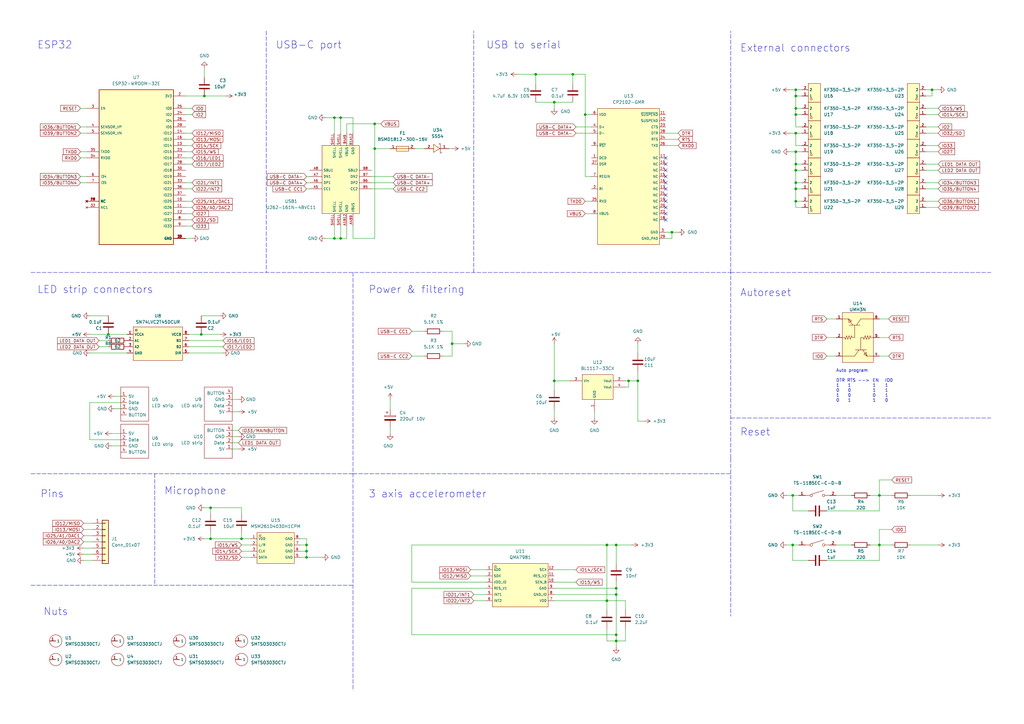
<source format=kicad_sch>
(kicad_sch (version 20211123) (generator eeschema)
  (paper "A3")
  (junction (at 326.39 62.23))
  (junction (at 139.7 48.26))
  (junction (at 326.39 39.37))
  (junction (at 325.12 223.52))
  (junction (at 137.16 97.79))
  (junction (at 139.7 97.79))
  (junction (at 44.45 137.16))
  (junction (at 360.68 203.2))
  (junction (at 83.82 39.37))
  (junction (at 252.73 223.52))
  (junction (at 326.39 44.45))
  (junction (at 86.36 208.28))
  (junction (at 326.39 77.47))
  (junction (at 252.73 243.84))
  (junction (at 360.68 223.52))
  (junction (at 252.73 241.3))
  (junction (at 125.73 228.6))
  (junction (at 257.81 156.21))
  (junction (at 252.73 262.89))
  (junction (at 382.27 36.83))
  (junction (at 99.06 220.98))
  (junction (at 125.73 226.06))
  (junction (at 185.42 140.97))
  (junction (at 326.39 69.85))
  (junction (at 125.73 223.52))
  (junction (at 219.71 30.48))
  (junction (at 153.67 50.8))
  (junction (at 153.67 60.96))
  (junction (at 82.55 137.16))
  (junction (at 248.92 246.38))
  (junction (at 326.39 54.61))
  (junction (at 234.95 30.48))
  (junction (at 137.16 48.26))
  (junction (at 261.62 156.21))
  (junction (at 227.33 41.91))
  (junction (at 325.12 203.2))
  (junction (at 326.39 46.99))
  (junction (at 326.39 67.31))
  (junction (at 252.73 260.35))
  (junction (at 86.36 220.98))
  (junction (at 240.03 46.99))
  (junction (at 227.33 156.21))
  (junction (at 275.59 95.25))
  (junction (at 326.39 74.93))
  (junction (at 326.39 36.83))
  (junction (at 248.92 223.52))
  (junction (at 326.39 82.55))
  (no_connect (at 273.05 85.09))
  (no_connect (at 273.05 82.55))
  (no_connect (at 273.05 72.39))
  (no_connect (at 273.05 67.31))
  (no_connect (at 273.05 90.17))
  (no_connect (at 273.05 74.93))
  (no_connect (at 273.05 80.01))
  (no_connect (at 273.05 69.85))
  (no_connect (at 273.05 77.47))
  (no_connect (at 273.05 87.63))
  (no_connect (at 273.05 64.77))
  (wire (pts (xy 153.67 60.96) (xy 160.02 60.96)))
  (wire (pts (xy 184.15 60.96) (xy 185.42 60.96)))
  (wire (pts (xy 34.29 229.87) (xy 38.1 229.87)))
  (wire (pts (xy 127 77.47) (xy 125.73 77.47)))
  (wire (pts (xy 137.16 48.26) (xy 137.16 54.61)))
  (wire (pts (xy 33.02 54.61) (xy 35.56 54.61)))
  (wire (pts (xy 326.39 59.69) (xy 326.39 54.61)))
  (wire (pts (xy 273.05 57.15) (xy 278.13 57.15)))
  (wire (pts (xy 325.12 229.87) (xy 325.12 223.52)))
  (wire (pts (xy 83.82 39.37) (xy 92.71 39.37)))
  (wire (pts (xy 379.73 85.09) (xy 384.81 85.09)))
  (wire (pts (xy 193.04 233.68) (xy 199.39 233.68)))
  (wire (pts (xy 382.27 39.37) (xy 382.27 36.83)))
  (wire (pts (xy 261.62 156.21) (xy 261.62 152.4)))
  (wire (pts (xy 78.74 77.47) (xy 76.2 77.47)))
  (wire (pts (xy 99.06 223.52) (xy 102.87 223.52)))
  (wire (pts (xy 240.03 46.99) (xy 242.57 46.99)))
  (wire (pts (xy 86.36 220.98) (xy 99.06 220.98)))
  (polyline (pts (xy 12.7 240.03) (xy 144.78 240.03)))
  (wire (pts (xy 240.03 87.63) (xy 242.57 87.63)))
  (wire (pts (xy 261.62 144.78) (xy 261.62 140.97)))
  (wire (pts (xy 199.39 241.3) (xy 168.91 241.3)))
  (wire (pts (xy 328.93 74.93) (xy 326.39 74.93)))
  (wire (pts (xy 331.47 209.55) (xy 325.12 209.55)))
  (wire (pts (xy 76.2 46.99) (xy 78.74 46.99)))
  (wire (pts (xy 78.74 90.17) (xy 76.2 90.17)))
  (wire (pts (xy 379.73 77.47) (xy 384.81 77.47)))
  (wire (pts (xy 360.68 209.55) (xy 339.09 209.55)))
  (wire (pts (xy 259.08 223.52) (xy 252.73 223.52)))
  (wire (pts (xy 248.92 223.52) (xy 248.92 246.38)))
  (wire (pts (xy 236.22 54.61) (xy 242.57 54.61)))
  (wire (pts (xy 144.78 54.61) (xy 144.78 48.26)))
  (wire (pts (xy 275.59 95.25) (xy 278.13 95.25)))
  (wire (pts (xy 326.39 36.83) (xy 328.93 36.83)))
  (wire (pts (xy 36.83 144.78) (xy 52.07 144.78)))
  (wire (pts (xy 242.57 72.39) (xy 240.03 72.39)))
  (wire (pts (xy 76.2 67.31) (xy 78.74 67.31)))
  (wire (pts (xy 99.06 226.06) (xy 102.87 226.06)))
  (wire (pts (xy 181.61 135.89) (xy 185.42 135.89)))
  (wire (pts (xy 78.74 97.79) (xy 76.2 97.79)))
  (wire (pts (xy 252.73 241.3) (xy 227.33 241.3)))
  (wire (pts (xy 323.85 36.83) (xy 326.39 36.83)))
  (wire (pts (xy 33.02 74.93) (xy 35.56 74.93)))
  (wire (pts (xy 360.68 203.2) (xy 360.68 196.85)))
  (wire (pts (xy 234.95 30.48) (xy 234.95 34.29)))
  (wire (pts (xy 76.2 39.37) (xy 83.82 39.37)))
  (wire (pts (xy 328.93 82.55) (xy 326.39 82.55)))
  (wire (pts (xy 194.31 243.84) (xy 199.39 243.84)))
  (wire (pts (xy 152.4 72.39) (xy 161.29 72.39)))
  (wire (pts (xy 33.02 44.45) (xy 35.56 44.45)))
  (wire (pts (xy 125.73 228.6) (xy 132.08 228.6)))
  (wire (pts (xy 34.29 219.71) (xy 38.1 219.71)))
  (wire (pts (xy 256.54 246.38) (xy 248.92 246.38)))
  (wire (pts (xy 219.71 41.91) (xy 227.33 41.91)))
  (wire (pts (xy 240.03 30.48) (xy 240.03 46.99)))
  (wire (pts (xy 133.35 48.26) (xy 137.16 48.26)))
  (wire (pts (xy 326.39 39.37) (xy 326.39 36.83)))
  (wire (pts (xy 83.82 27.94) (xy 83.82 31.75)))
  (wire (pts (xy 234.95 30.48) (xy 240.03 30.48)))
  (wire (pts (xy 379.73 46.99) (xy 384.81 46.99)))
  (wire (pts (xy 326.39 69.85) (xy 326.39 67.31)))
  (wire (pts (xy 360.68 130.81) (xy 364.49 130.81)))
  (wire (pts (xy 78.74 57.15) (xy 76.2 57.15)))
  (wire (pts (xy 77.47 144.78) (xy 91.44 144.78)))
  (polyline (pts (xy 12.7 111.76) (xy 299.72 111.76)))
  (wire (pts (xy 142.24 92.71) (xy 142.24 97.79)))
  (wire (pts (xy 33.02 52.07) (xy 35.56 52.07)))
  (wire (pts (xy 379.73 67.31) (xy 384.81 67.31)))
  (wire (pts (xy 339.09 130.81) (xy 342.9 130.81)))
  (wire (pts (xy 49.53 180.34) (xy 36.83 180.34)))
  (wire (pts (xy 227.33 233.68) (xy 236.22 233.68)))
  (wire (pts (xy 325.12 203.2) (xy 327.66 203.2)))
  (wire (pts (xy 185.42 135.89) (xy 185.42 140.97)))
  (wire (pts (xy 328.93 52.07) (xy 326.39 52.07)))
  (wire (pts (xy 125.73 72.39) (xy 127 72.39)))
  (wire (pts (xy 76.2 87.63) (xy 78.74 87.63)))
  (wire (pts (xy 326.39 62.23) (xy 328.93 62.23)))
  (wire (pts (xy 236.22 52.07) (xy 242.57 52.07)))
  (wire (pts (xy 168.91 135.89) (xy 173.99 135.89)))
  (wire (pts (xy 227.33 243.84) (xy 252.73 243.84)))
  (wire (pts (xy 326.39 46.99) (xy 326.39 44.45)))
  (wire (pts (xy 46.99 167.64) (xy 49.53 167.64)))
  (wire (pts (xy 328.93 69.85) (xy 326.39 69.85)))
  (wire (pts (xy 123.19 228.6) (xy 125.73 228.6)))
  (wire (pts (xy 125.73 226.06) (xy 125.73 228.6)))
  (wire (pts (xy 328.93 85.09) (xy 326.39 85.09)))
  (wire (pts (xy 252.73 262.89) (xy 252.73 265.43)))
  (wire (pts (xy 379.73 62.23) (xy 384.81 62.23)))
  (wire (pts (xy 144.78 92.71) (xy 144.78 97.79)))
  (wire (pts (xy 78.74 59.69) (xy 76.2 59.69)))
  (polyline (pts (xy 144.78 194.31) (xy 299.72 194.31)))
  (wire (pts (xy 97.79 184.15) (xy 95.25 184.15)))
  (wire (pts (xy 34.29 222.25) (xy 38.1 222.25)))
  (wire (pts (xy 144.78 48.26) (xy 139.7 48.26)))
  (wire (pts (xy 273.05 97.79) (xy 275.59 97.79)))
  (wire (pts (xy 77.47 137.16) (xy 82.55 137.16)))
  (wire (pts (xy 275.59 97.79) (xy 275.59 95.25)))
  (polyline (pts (xy 299.72 187.96) (xy 299.72 111.76)))
  (wire (pts (xy 360.68 196.85) (xy 365.76 196.85)))
  (wire (pts (xy 95.25 176.53) (xy 97.79 176.53)))
  (wire (pts (xy 219.71 30.48) (xy 219.71 34.29)))
  (wire (pts (xy 379.73 39.37) (xy 382.27 39.37)))
  (wire (pts (xy 82.55 129.54) (xy 90.17 129.54)))
  (wire (pts (xy 99.06 218.44) (xy 99.06 220.98)))
  (wire (pts (xy 78.74 44.45) (xy 76.2 44.45)))
  (wire (pts (xy 219.71 30.48) (xy 234.95 30.48)))
  (wire (pts (xy 137.16 97.79) (xy 133.35 97.79)))
  (wire (pts (xy 360.68 229.87) (xy 339.09 229.87)))
  (wire (pts (xy 373.38 223.52) (xy 384.81 223.52)))
  (wire (pts (xy 322.58 203.2) (xy 325.12 203.2)))
  (wire (pts (xy 152.4 77.47) (xy 161.29 77.47)))
  (wire (pts (xy 86.36 210.82) (xy 86.36 208.28)))
  (wire (pts (xy 227.33 41.91) (xy 234.95 41.91)))
  (wire (pts (xy 227.33 140.97) (xy 227.33 156.21)))
  (polyline (pts (xy 299.72 187.96) (xy 299.72 252.73)))
  (wire (pts (xy 326.39 85.09) (xy 326.39 82.55)))
  (wire (pts (xy 99.06 228.6) (xy 102.87 228.6)))
  (wire (pts (xy 273.05 59.69) (xy 278.13 59.69)))
  (wire (pts (xy 212.09 30.48) (xy 219.71 30.48)))
  (wire (pts (xy 139.7 92.71) (xy 139.7 97.79)))
  (wire (pts (xy 325.12 223.52) (xy 327.66 223.52)))
  (wire (pts (xy 240.03 82.55) (xy 242.57 82.55)))
  (wire (pts (xy 365.76 223.52) (xy 360.68 223.52)))
  (polyline (pts (xy 12.7 194.31) (xy 144.78 194.31)))
  (wire (pts (xy 142.24 97.79) (xy 139.7 97.79)))
  (wire (pts (xy 360.68 223.52) (xy 360.68 229.87)))
  (wire (pts (xy 86.36 218.44) (xy 86.36 220.98)))
  (wire (pts (xy 185.42 140.97) (xy 185.42 146.05)))
  (wire (pts (xy 34.29 217.17) (xy 38.1 217.17)))
  (wire (pts (xy 168.91 223.52) (xy 248.92 223.52)))
  (wire (pts (xy 123.19 220.98) (xy 125.73 220.98)))
  (wire (pts (xy 382.27 36.83) (xy 384.81 36.83)))
  (wire (pts (xy 168.91 260.35) (xy 252.73 260.35)))
  (wire (pts (xy 181.61 146.05) (xy 185.42 146.05)))
  (wire (pts (xy 227.33 238.76) (xy 236.22 238.76)))
  (polyline (pts (xy 299.72 171.45) (xy 406.4 171.45)))
  (wire (pts (xy 139.7 48.26) (xy 137.16 48.26)))
  (wire (pts (xy 33.02 72.39) (xy 35.56 72.39)))
  (wire (pts (xy 125.73 74.93) (xy 127 74.93)))
  (wire (pts (xy 256.54 158.75) (xy 257.81 158.75)))
  (wire (pts (xy 142.24 50.8) (xy 153.67 50.8)))
  (wire (pts (xy 170.18 60.96) (xy 173.99 60.96)))
  (wire (pts (xy 326.39 77.47) (xy 326.39 74.93)))
  (wire (pts (xy 40.64 142.24) (xy 44.45 142.24)))
  (wire (pts (xy 240.03 72.39) (xy 240.03 46.99)))
  (wire (pts (xy 160.02 175.26) (xy 160.02 177.8)))
  (wire (pts (xy 261.62 156.21) (xy 261.62 172.72)))
  (wire (pts (xy 36.83 180.34) (xy 36.83 165.1)))
  (wire (pts (xy 273.05 54.61) (xy 278.13 54.61)))
  (polyline (pts (xy 144.78 111.76) (xy 144.78 283.21)))
  (wire (pts (xy 379.73 69.85) (xy 384.81 69.85)))
  (wire (pts (xy 339.09 138.43) (xy 342.9 138.43)))
  (wire (pts (xy 325.12 209.55) (xy 325.12 203.2)))
  (wire (pts (xy 168.91 241.3) (xy 168.91 260.35)))
  (wire (pts (xy 326.39 67.31) (xy 326.39 62.23)))
  (wire (pts (xy 328.93 46.99) (xy 326.39 46.99)))
  (wire (pts (xy 168.91 238.76) (xy 199.39 238.76)))
  (wire (pts (xy 379.73 74.93) (xy 384.81 74.93)))
  (wire (pts (xy 360.68 203.2) (xy 360.68 209.55)))
  (wire (pts (xy 78.74 64.77) (xy 76.2 64.77)))
  (polyline (pts (xy 299.72 111.76) (xy 406.4 111.76)))
  (wire (pts (xy 379.73 52.07) (xy 384.81 52.07)))
  (wire (pts (xy 78.74 54.61) (xy 76.2 54.61)))
  (wire (pts (xy 322.58 223.52) (xy 325.12 223.52)))
  (wire (pts (xy 252.73 260.35) (xy 252.73 262.89)))
  (wire (pts (xy 379.73 36.83) (xy 382.27 36.83)))
  (wire (pts (xy 273.05 95.25) (xy 275.59 95.25)))
  (wire (pts (xy 256.54 257.81) (xy 256.54 262.89)))
  (wire (pts (xy 123.19 226.06) (xy 125.73 226.06)))
  (wire (pts (xy 194.31 246.38) (xy 199.39 246.38)))
  (wire (pts (xy 248.92 223.52) (xy 252.73 223.52)))
  (wire (pts (xy 379.73 82.55) (xy 384.81 82.55)))
  (wire (pts (xy 360.68 223.52) (xy 360.68 217.17)))
  (wire (pts (xy 139.7 97.79) (xy 137.16 97.79)))
  (wire (pts (xy 248.92 257.81) (xy 248.92 262.89)))
  (wire (pts (xy 160.02 163.83) (xy 160.02 167.64)))
  (wire (pts (xy 86.36 208.28) (xy 99.06 208.28)))
  (wire (pts (xy 137.16 92.71) (xy 137.16 97.79)))
  (wire (pts (xy 40.64 139.7) (xy 44.45 139.7)))
  (wire (pts (xy 227.33 156.21) (xy 227.33 160.02)))
  (wire (pts (xy 34.29 214.63) (xy 38.1 214.63)))
  (wire (pts (xy 142.24 54.61) (xy 142.24 50.8)))
  (wire (pts (xy 76.2 92.71) (xy 78.74 92.71)))
  (wire (pts (xy 36.83 137.16) (xy 44.45 137.16)))
  (polyline (pts (xy 63.5 194.31) (xy 63.5 240.03)))
  (wire (pts (xy 99.06 210.82) (xy 99.06 208.28)))
  (wire (pts (xy 125.73 220.98) (xy 125.73 223.52)))
  (wire (pts (xy 78.74 85.09) (xy 76.2 85.09)))
  (wire (pts (xy 331.47 229.87) (xy 325.12 229.87)))
  (wire (pts (xy 97.79 179.07) (xy 95.25 179.07)))
  (wire (pts (xy 152.4 74.93) (xy 161.29 74.93)))
  (wire (pts (xy 86.36 220.98) (xy 83.82 220.98)))
  (wire (pts (xy 33.02 64.77) (xy 35.56 64.77)))
  (wire (pts (xy 328.93 59.69) (xy 326.39 59.69)))
  (wire (pts (xy 360.68 146.05) (xy 364.49 146.05)))
  (wire (pts (xy 46.99 162.56) (xy 49.53 162.56)))
  (wire (pts (xy 78.74 82.55) (xy 76.2 82.55)))
  (wire (pts (xy 227.33 246.38) (xy 248.92 246.38)))
  (wire (pts (xy 356.87 223.52) (xy 360.68 223.52)))
  (wire (pts (xy 45.72 177.8) (xy 49.53 177.8)))
  (wire (pts (xy 326.39 52.07) (xy 326.39 46.99)))
  (wire (pts (xy 34.29 227.33) (xy 38.1 227.33)))
  (wire (pts (xy 379.73 54.61) (xy 384.81 54.61)))
  (wire (pts (xy 77.47 139.7) (xy 91.44 139.7)))
  (wire (pts (xy 44.45 137.16) (xy 52.07 137.16)))
  (wire (pts (xy 256.54 250.19) (xy 256.54 246.38)))
  (wire (pts (xy 99.06 220.98) (xy 102.87 220.98)))
  (wire (pts (xy 379.73 59.69) (xy 384.81 59.69)))
  (wire (pts (xy 95.25 163.83) (xy 97.79 163.83)))
  (wire (pts (xy 95.25 168.91) (xy 97.79 168.91)))
  (wire (pts (xy 144.78 97.79) (xy 153.67 97.79)))
  (wire (pts (xy 248.92 246.38) (xy 248.92 250.19)))
  (wire (pts (xy 360.68 217.17) (xy 365.76 217.17)))
  (wire (pts (xy 326.39 74.93) (xy 326.39 69.85)))
  (wire (pts (xy 168.91 146.05) (xy 173.99 146.05)))
  (wire (pts (xy 323.85 54.61) (xy 326.39 54.61)))
  (wire (pts (xy 123.19 223.52) (xy 125.73 223.52)))
  (wire (pts (xy 227.33 41.91) (xy 227.33 44.45)))
  (wire (pts (xy 373.38 203.2) (xy 384.81 203.2)))
  (polyline (pts (xy 299.72 111.76) (xy 299.72 12.7)))
  (wire (pts (xy 379.73 44.45) (xy 384.81 44.45)))
  (wire (pts (xy 243.84 168.91) (xy 243.84 171.45)))
  (wire (pts (xy 248.92 262.89) (xy 252.73 262.89)))
  (wire (pts (xy 257.81 158.75) (xy 257.81 156.21)))
  (wire (pts (xy 365.76 203.2) (xy 360.68 203.2)))
  (wire (pts (xy 44.45 129.54) (xy 36.83 129.54)))
  (wire (pts (xy 78.74 74.93) (xy 76.2 74.93)))
  (wire (pts (xy 153.67 50.8) (xy 156.21 50.8)))
  (wire (pts (xy 252.73 262.89) (xy 256.54 262.89)))
  (wire (pts (xy 34.29 224.79) (xy 38.1 224.79)))
  (wire (pts (xy 153.67 50.8) (xy 153.67 60.96)))
  (wire (pts (xy 328.93 39.37) (xy 326.39 39.37)))
  (wire (pts (xy 256.54 156.21) (xy 257.81 156.21)))
  (wire (pts (xy 261.62 172.72) (xy 264.16 172.72)))
  (wire (pts (xy 33.02 62.23) (xy 35.56 62.23)))
  (wire (pts (xy 153.67 60.96) (xy 153.67 97.79)))
  (wire (pts (xy 77.47 142.24) (xy 91.44 142.24)))
  (wire (pts (xy 193.04 236.22) (xy 199.39 236.22)))
  (wire (pts (xy 227.33 167.64) (xy 227.33 171.45)))
  (wire (pts (xy 139.7 54.61) (xy 139.7 48.26)))
  (wire (pts (xy 78.74 62.23) (xy 76.2 62.23)))
  (wire (pts (xy 356.87 203.2) (xy 360.68 203.2)))
  (wire (pts (xy 252.73 243.84) (xy 252.73 241.3)))
  (wire (pts (xy 185.42 140.97) (xy 190.5 140.97)))
  (wire (pts (xy 326.39 82.55) (xy 326.39 77.47)))
  (wire (pts (xy 328.93 67.31) (xy 326.39 67.31)))
  (wire (pts (xy 326.39 44.45) (xy 326.39 39.37)))
  (wire (pts (xy 252.73 223.52) (xy 252.73 231.14)))
  (wire (pts (xy 125.73 223.52) (xy 125.73 226.06)))
  (wire (pts (xy 328.93 77.47) (xy 326.39 77.47)))
  (wire (pts (xy 45.72 182.88) (xy 49.53 182.88)))
  (polyline (pts (xy 194.31 111.76) (xy 194.31 12.7)))
  (wire (pts (xy 86.36 208.28) (xy 83.82 208.28)))
  (wire (pts (xy 349.25 203.2) (xy 342.9 203.2)))
  (wire (pts (xy 349.25 223.52) (xy 342.9 223.52)))
  (wire (pts (xy 323.85 62.23) (xy 326.39 62.23)))
  (wire (pts (xy 326.39 54.61) (xy 328.93 54.61)))
  (wire (pts (xy 252.73 238.76) (xy 252.73 241.3)))
  (wire (pts (xy 252.73 243.84) (xy 252.73 260.35)))
  (wire (pts (xy 227.33 156.21) (xy 233.68 156.21)))
  (wire (pts (xy 97.79 181.61) (xy 95.25 181.61)))
  (wire (pts (xy 360.68 138.43) (xy 364.49 138.43)))
  (wire (pts (xy 168.91 238.76) (xy 168.91 223.52)))
  (wire (pts (xy 82.55 137.16) (xy 90.17 137.16)))
  (wire (pts (xy 257.81 156.21) (xy 261.62 156.21)))
  (wire (pts (xy 339.09 146.05) (xy 342.9 146.05)))
  (polyline (pts (xy 109.22 12.7) (xy 109.22 111.76)))
  (wire (pts (xy 36.83 165.1) (xy 49.53 165.1)))
  (wire (pts (xy 328.93 44.45) (xy 326.39 44.45)))
  (text "Microphone" (at 67.31 203.2 0) (effects (font (size 3 3)) (justify left bottom)))
  (text "Nuts" (at 17.78 252.73 0) (effects (font (size 3 3)) (justify left bottom)))
  (text "USB-C port" (at 113.03 20.32 0) (effects (font (size 3 3)) (justify left bottom)))
  (text "USB to serial" (at 199.39 20.32 0) (effects (font (size 3 3)) (justify left bottom)))
  (text "Power & filtering" (at 151.13 120.65 0) (effects (font (size 3 3)) (justify left bottom)))
  (text "Pins" (at 16.51 204.47 0) (effects (font (size 3 3)) (justify left bottom)))
  (text "Auto program\n\nDTR RTS -->	EN 	IO0\n1	1		1	1\n0	0		1	1\n1	0		0	1\n0	1		1	0" (at 342.9 165.1 0) (effects (font (size 1.27 1.27)) (justify left bottom)))
  (text "LED strip connectors" (at 15.24 120.6499 0) (effects (font (size 3 3)) (justify left bottom)))
  (text "3 axis accelerometer" (at 151.13 204.47 0) (effects (font (size 3 3)) (justify left bottom)))
  (text "External connectors" (at 303.53 21.59 0) (effects (font (size 3 3)) (justify left bottom)))
  (text "ESP32" (at 15.24 20.32 0) (effects (font (size 3 3)) (justify left bottom)))
  (text "Reset" (at 303.53 179.07 0) (effects (font (size 3 3)) (justify left bottom)))
  (text "Autoreset" (at 303.53 121.92 0) (effects (font (size 3 3)) (justify left bottom)))
  (global_label "RESET" (shape input) (at 365.76 196.85 0) (property "Intersheet References" "${INTERSHEET_REFS}" (effects hide)))
  (global_label "LED1 DATA OUT" (shape input) (at 384.81 67.31 0) (property "Intersheet References" "${INTERSHEET_REFS}" (effects hide)))
  (global_label "IO32{slash}SD" (shape input) (at 384.81 54.61 0) (property "Intersheet References" "${INTERSHEET_REFS}" (effects hide)))
  (global_label "RXD0" (shape input) (at 33.02 64.77 180) (property "Intersheet References" "${INTERSHEET_REFS}" (effects hide)))
  (global_label "RTS" (shape input) (at 278.13 57.15 0) (property "Intersheet References" "${INTERSHEET_REFS}" (effects hide)))
  (global_label "IO2" (shape input) (at 78.74 46.99 0) (property "Intersheet References" "${INTERSHEET_REFS}" (effects hide)))
  (global_label "USB-C CC1" (shape input) (at 168.91 135.89 180) (property "Intersheet References" "${INTERSHEET_REFS}" (effects hide)))
  (global_label "IO13{slash}MOSI" (shape input) (at 78.74 57.15 0) (property "Intersheet References" "${INTERSHEET_REFS}" (effects hide)))
  (global_label "IO35{slash}BUTTON4" (shape input) (at 384.81 77.47 0) (property "Intersheet References" "${INTERSHEET_REFS}" (effects hide)))
  (global_label "IO17{slash}LED2" (shape input) (at 78.74 67.31 0) (property "Intersheet References" "${INTERSHEET_REFS}" (effects hide)))
  (global_label "IO22{slash}INT2" (shape input) (at 78.74 77.47 0) (property "Intersheet References" "${INTERSHEET_REFS}" (effects hide)))
  (global_label "LED1 DATA OUT" (shape input) (at 40.64 139.7 180) (property "Intersheet References" "${INTERSHEET_REFS}" (effects hide)))
  (global_label "IO2" (shape input) (at 384.81 52.07 0) (property "Intersheet References" "${INTERSHEET_REFS}" (effects hide)))
  (global_label "IO34{slash}BUTTON3" (shape input) (at 33.02 72.39 180) (property "Intersheet References" "${INTERSHEET_REFS}" (effects hide)))
  (global_label "VBUS" (shape input) (at 240.03 87.63 180) (property "Intersheet References" "${INTERSHEET_REFS}" (effects hide)))
  (global_label "IO39{slash}BUTTON2" (shape input) (at 384.81 85.09 0) (property "Intersheet References" "${INTERSHEET_REFS}" (effects hide)))
  (global_label "IO36{slash}BUTTON1" (shape input) (at 33.02 52.07 180) (property "Intersheet References" "${INTERSHEET_REFS}" (effects hide)))
  (global_label "USB-C DATA-" (shape input) (at 161.29 72.39 0) (property "Intersheet References" "${INTERSHEET_REFS}" (effects hide)))
  (global_label "IO13{slash}MOSI" (shape input) (at 34.29 217.17 180) (property "Intersheet References" "${INTERSHEET_REFS}" (effects hide)))
  (global_label "USB-C CC2" (shape input) (at 168.91 146.05 180) (property "Intersheet References" "${INTERSHEET_REFS}" (effects hide)))
  (global_label "VBUS" (shape input) (at 156.21 50.8 0) (property "Intersheet References" "${INTERSHEET_REFS}" (effects hide)))
  (global_label "RESET" (shape input) (at 364.49 130.81 0) (property "Intersheet References" "${INTERSHEET_REFS}" (effects hide)))
  (global_label "IO21{slash}INT1" (shape input) (at 194.31 243.84 180) (property "Intersheet References" "${INTERSHEET_REFS}" (effects hide)))
  (global_label "IO14{slash}SCK" (shape input) (at 236.22 233.68 0) (property "Intersheet References" "${INTERSHEET_REFS}" (effects hide)))
  (global_label "IO27" (shape input) (at 78.74 87.63 0) (property "Intersheet References" "${INTERSHEET_REFS}" (effects hide)))
  (global_label "IO12{slash}MISO" (shape input) (at 78.74 54.61 0) (property "Intersheet References" "${INTERSHEET_REFS}" (effects hide)))
  (global_label "RTS" (shape input) (at 364.49 138.43 0) (property "Intersheet References" "${INTERSHEET_REFS}" (effects hide)))
  (global_label "IO15{slash}WS" (shape input) (at 99.06 223.52 180) (property "Intersheet References" "${INTERSHEET_REFS}" (effects hide)))
  (global_label "IO27" (shape input) (at 384.81 62.23 0) (property "Intersheet References" "${INTERSHEET_REFS}" (effects hide)))
  (global_label "LED1 DATA OUT" (shape input) (at 97.79 181.61 0) (property "Intersheet References" "${INTERSHEET_REFS}" (effects hide)))
  (global_label "IO13{slash}MOSI" (shape input) (at 193.04 233.68 180) (property "Intersheet References" "${INTERSHEET_REFS}" (effects hide)))
  (global_label "USB-C DATA+" (shape input) (at 236.22 52.07 180) (property "Intersheet References" "${INTERSHEET_REFS}" (effects hide)))
  (global_label "IO36{slash}BUTTON1" (shape input) (at 384.81 82.55 0) (property "Intersheet References" "${INTERSHEET_REFS}" (effects hide)))
  (global_label "LED2 DATA OUT" (shape input) (at 384.81 69.85 0) (property "Intersheet References" "${INTERSHEET_REFS}" (effects hide)))
  (global_label "IO14{slash}SCK" (shape input) (at 384.81 46.99 0) (property "Intersheet References" "${INTERSHEET_REFS}" (effects hide)))
  (global_label "USB-C DATA-" (shape input) (at 125.73 72.39 180) (property "Intersheet References" "${INTERSHEET_REFS}" (effects hide)))
  (global_label "IO17{slash}LED2" (shape input) (at 91.44 142.24 0) (property "Intersheet References" "${INTERSHEET_REFS}" (effects hide)))
  (global_label "IO0" (shape input) (at 365.76 217.17 0) (property "Intersheet References" "${INTERSHEET_REFS}" (effects hide)))
  (global_label "IO26{slash}A0{slash}DAC2" (shape input) (at 78.74 85.09 0) (property "Intersheet References" "${INTERSHEET_REFS}" (effects hide)))
  (global_label "IO15{slash}WS" (shape input) (at 384.81 44.45 0) (property "Intersheet References" "${INTERSHEET_REFS}" (effects hide)))
  (global_label "IO14{slash}SCK" (shape input) (at 78.74 59.69 0) (property "Intersheet References" "${INTERSHEET_REFS}" (effects hide)))
  (global_label "IO26{slash}A0{slash}DAC2" (shape input) (at 34.29 222.25 180) (property "Intersheet References" "${INTERSHEET_REFS}" (effects hide)))
  (global_label "TXD0" (shape input) (at 33.02 62.23 180) (property "Intersheet References" "${INTERSHEET_REFS}" (effects hide)))
  (global_label "LED2 DATA OUT" (shape input) (at 40.64 142.24 180) (property "Intersheet References" "${INTERSHEET_REFS}" (effects hide)))
  (global_label "DTR" (shape input) (at 364.49 146.05 0) (property "Intersheet References" "${INTERSHEET_REFS}" (effects hide)))
  (global_label "USB-C DATA+" (shape input) (at 125.73 74.93 180) (property "Intersheet References" "${INTERSHEET_REFS}" (effects hide)))
  (global_label "IO25{slash}A1{slash}DAC1" (shape input) (at 78.74 82.55 0) (property "Intersheet References" "${INTERSHEET_REFS}" (effects hide)))
  (global_label "IO34{slash}BUTTON3" (shape input) (at 384.81 74.93 0) (property "Intersheet References" "${INTERSHEET_REFS}" (effects hide)))
  (global_label "IO25{slash}A1{slash}DAC1" (shape input) (at 34.29 219.71 180) (property "Intersheet References" "${INTERSHEET_REFS}" (effects hide)))
  (global_label "IO16{slash}LED1" (shape input) (at 91.44 139.7 0) (property "Intersheet References" "${INTERSHEET_REFS}" (effects hide)))
  (global_label "IO0" (shape input) (at 339.09 146.05 180) (property "Intersheet References" "${INTERSHEET_REFS}" (effects hide)))
  (global_label "IO33" (shape input) (at 384.81 59.69 0) (property "Intersheet References" "${INTERSHEET_REFS}" (effects hide)))
  (global_label "IO32{slash}SD" (shape input) (at 78.74 90.17 0) (property "Intersheet References" "${INTERSHEET_REFS}" (effects hide)))
  (global_label "USB-C DATA+" (shape input) (at 161.29 74.93 0) (property "Intersheet References" "${INTERSHEET_REFS}" (effects hide)))
  (global_label "TXD0" (shape input) (at 240.03 82.55 180) (property "Intersheet References" "${INTERSHEET_REFS}" (effects hide)))
  (global_label "IO15{slash}WS" (shape input) (at 78.74 62.23 0) (property "Intersheet References" "${INTERSHEET_REFS}" (effects hide)))
  (global_label "IO15{slash}WS" (shape input) (at 236.22 238.76 0) (property "Intersheet References" "${INTERSHEET_REFS}" (effects hide)))
  (global_label "DTR" (shape input) (at 278.13 54.61 0) (property "Intersheet References" "${INTERSHEET_REFS}" (effects hide)))
  (global_label "IO39{slash}BUTTON2" (shape input) (at 33.02 54.61 180) (property "Intersheet References" "${INTERSHEET_REFS}" (effects hide)))
  (global_label "RTS" (shape input) (at 339.09 130.81 180) (property "Intersheet References" "${INTERSHEET_REFS}" (effects hide)))
  (global_label "IO14{slash}SCK" (shape input) (at 99.06 226.06 180) (property "Intersheet References" "${INTERSHEET_REFS}" (effects hide)))
  (global_label "IO32{slash}SD" (shape input) (at 99.06 228.6 180) (property "Intersheet References" "${INTERSHEET_REFS}" (effects hide)))
  (global_label "IO21{slash}INT1" (shape input) (at 78.74 74.93 0) (property "Intersheet References" "${INTERSHEET_REFS}" (effects hide)))
  (global_label "RESET" (shape input) (at 33.02 44.45 180) (property "Intersheet References" "${INTERSHEET_REFS}" (effects hide)))
  (global_label "IO22{slash}INT2" (shape input) (at 194.31 246.38 180) (property "Intersheet References" "${INTERSHEET_REFS}" (effects hide)))
  (global_label "IO0" (shape input) (at 78.74 44.45 0) (property "Intersheet References" "${INTERSHEET_REFS}" (effects hide)))
  (global_label "IO12{slash}MISO" (shape input) (at 193.04 236.22 180) (property "Intersheet References" "${INTERSHEET_REFS}" (effects hide)))
  (global_label "IO33" (shape input) (at 78.74 92.71 0) (property "Intersheet References" "${INTERSHEET_REFS}" (effects hide)))
  (global_label "USB-C CC1" (shape input) (at 125.73 77.47 180) (property "Intersheet References" "${INTERSHEET_REFS}" (effects hide)))
  (global_label "IO35{slash}BUTTON4" (shape input) (at 33.02 74.93 180) (property "Intersheet References" "${INTERSHEET_REFS}" (effects hide)))
  (global_label "USB-C CC2" (shape input) (at 161.29 77.47 0) (property "Intersheet References" "${INTERSHEET_REFS}" (effects hide)))
  (global_label "USB-C DATA-" (shape input) (at 236.22 54.61 180) (property "Intersheet References" "${INTERSHEET_REFS}" (effects hide)))
  (global_label "RXD0" (shape input) (at 278.13 59.69 0) (property "Intersheet References" "${INTERSHEET_REFS}" (effects hide)))
  (global_label "DTR" (shape input) (at 339.09 138.43 180) (property "Intersheet References" "${INTERSHEET_REFS}" (effects hide)))
  (global_label "IO33{slash}MAINBUTTON" (shape input) (at 97.79 176.53 0) (property "Intersheet References" "${INTERSHEET_REFS}" (effects hide)))
  (global_label "IO16{slash}LED1" (shape input) (at 78.74 64.77 0) (property "Intersheet References" "${INTERSHEET_REFS}" (effects hide)))
  (global_label "IO12{slash}MISO" (shape input) (at 34.29 214.63 180) (property "Intersheet References" "${INTERSHEET_REFS}" (effects hide)))
  (symbol (lib_id "MyParts:KF350-3_5-2P") (at 374.65 73.66 180) (unit 1)
    (property "Reference" "U26" (at 370.84 62.2301 0) (effects (justify left)))
    (property "Value" "KF350-3_5-2P" (at 370.84 59.6901 0) (effects (justify left)))
    (property "Footprint" "footprint:CONN-TH_P3.50_KF350-3.5-2P" (effects hide))
    (property "Datasheet" "https://item.szlcsc.com/481510.html" (effects hide))
  )
  (symbol (lib_id "power:+3.3V") (at 92.71 39.37 270) (unit 1)
    (property "Reference" "#PWR0117" (effects hide))
    (property "Value" "+3.3V" (at 98.425 38.735 90))
  )
  (symbol (lib_id "Device:10K 0603") (at 369.57 203.2 90) (unit 1)
    (property "Reference" "R6" (at 369.57 205.74 90))
    (property "Value" "10K" (at 369.57 208.28 90))
    (property "Footprint" "Resistor_SMD:R_0603_1608Metric_Pad0.98x0.95mm_HandSolder" (effects hide))
    (property "LCSC Part #" "C25804" (effects hide))
  )
  (symbol (lib_id "LCSC:SMTSO3015CTJ") (at 99.06 264.16 0) (unit 1)
    (property "Reference" "U33" (at 102.87 269.2399 0) (effects (justify left)))
    (property "Value" "SMTSO3030CTJ" (at 102.87 271.7799 0) (effects (justify left)))
    (property "Footprint" "footprint:SMTSO3030CTJ" (effects hide))
    (property "Datasheet" "https://img.jlc.com/pdf/applyPasteComponent/2021-07-26/212394W/84600014a36a49d2b26ab413315c8aa0/SINHOO%E7%94%B5%E8%B7%AF%E6%9D%BF%E8%A1%A8%E8%B4%B4%E8%9E%BA%E6%AF%8D%E6%9F%B1PCBSMDNuts.pdf" (effects hide))
    (property "LCSC #" "C2915308" (effects hide))
  )
  (symbol (lib_id "power:GND") (at 261.62 140.97 0) (mirror x) (unit 1)
    (property "Reference" "#PWR0126" (effects hide))
    (property "Value" "GND" (at 261.62 135.89 0))
  )
  (symbol (lib_id "Device:10uF 0603") (at 335.28 209.55 270) (unit 1)
    (property "Reference" "C13" (at 342.9 205.74 90) (effects (justify right)))
    (property "Value" "1uF" (at 342.9 208.28 90) (effects (justify right)))
    (property "Footprint" "Capacitor_SMD:C_0603_1608Metric_Pad1.08x0.95mm_HandSolder" (effects hide))
    (property "Datasheet" "https://datasheet.lcsc.com/lcsc/2010151208_SANYEAR-C0603X5R106K250NT_C729457.pdf" (effects hide))
    (property "LCSC Part #" "C15849" (effects hide))
  )
  (symbol (lib_id "power:+3.3V") (at 384.81 223.52 270) (unit 1)
    (property "Reference" "#PWR0121" (effects hide))
    (property "Value" "+3.3V" (at 388.62 223.5199 90) (effects (justify left)))
  )
  (symbol (lib_id "power:GND") (at 322.58 223.52 270) (mirror x) (unit 1)
    (property "Reference" "#PWR0130" (effects hide))
    (property "Value" "GND" (at 314.96 223.52 90) (effects (justify left)))
  )
  (symbol (lib_id "MyParts:SN74LVC2T45DCUR") (at 64.77 121.92 0) (unit 1)
    (property "Reference" "U8" (at 64.77 129.54 0))
    (property "Value" "SN74LVC2T45DCUR" (at 64.77 132.08 0))
    (property "Footprint" "footprint:VSSOP-8_L2.4-W2.1-P0.50-LS3.2-BR" (effects hide))
    (property "Datasheet" "https://item.szlcsc.com/61761.html" (effects hide))
    (property "LCSC #" "C15741" (effects hide))
  )
  (symbol (lib_id "power:+5V") (at 46.99 162.56 90) (unit 1)
    (property "Reference" "#PWR0102" (effects hide))
    (property "Value" "+5V" (at 39.37 162.56 90) (effects (justify right)))
  )
  (symbol (lib_id "power:GND") (at 97.79 163.83 90) (unit 1)
    (property "Reference" "#PWR0135" (effects hide))
    (property "Value" "GND" (at 102.87 163.83 90))
  )
  (symbol (lib_id "power:GND") (at 227.33 171.45 0) (unit 1)
    (property "Reference" "#PWR0131" (effects hide))
    (property "Value" "GND" (at 227.33 176.53 0))
  )
  (symbol (lib_id "LCSC:SMTSO3015CTJ") (at 48.26 264.16 0) (unit 1)
    (property "Reference" "U4" (at 52.07 269.2399 0) (effects (justify left)))
    (property "Value" "SMTSO3030CTJ" (at 52.07 271.7799 0) (effects (justify left)))
    (property "Footprint" "footprint:SMTSO3030CTJ" (effects hide))
    (property "Datasheet" "https://img.jlc.com/pdf/applyPasteComponent/2021-07-26/212394W/84600014a36a49d2b26ab413315c8aa0/SINHOO%E7%94%B5%E8%B7%AF%E6%9D%BF%E8%A1%A8%E8%B4%B4%E8%9E%BA%E6%AF%8D%E6%9F%B1PCBSMDNuts.pdf" (effects hide))
    (property "LCSC #" "C2915308" (effects hide))
  )
  (symbol (lib_id "LCSC:SMTSO3015CTJ") (at 48.26 256.54 0) (unit 1)
    (property "Reference" "U3" (at 52.07 261.6199 0) (effects (justify left)))
    (property "Value" "SMTSO3030CTJ" (at 52.07 264.1599 0) (effects (justify left)))
    (property "Footprint" "footprint:SMTSO3030CTJ" (effects hide))
    (property "Datasheet" "https://img.jlc.com/pdf/applyPasteComponent/2021-07-26/212394W/84600014a36a49d2b26ab413315c8aa0/SINHOO%E7%94%B5%E8%B7%AF%E6%9D%BF%E8%A1%A8%E8%B4%B4%E8%9E%BA%E6%AF%8D%E6%9F%B1PCBSMDNuts.pdf" (effects hide))
    (property "LCSC #" "C2915308" (effects hide))
  )
  (symbol (lib_id "myparts:LED_strip_contact_4pads") (at 53.34 162.56 0) (unit 1) (in_bom no)
    (property "Reference" "U5" (at 62.23 163.83 0) (effects (justify left)))
    (property "Value" "LED strip" (at 62.23 166.37 0) (effects (justify left)))
    (property "Footprint" "myparts:LED strip connector 4pad" (effects hide))
  )
  (symbol (lib_id "MyParts:KF350-3_5-2P") (at 334.01 66.04 0) (mirror x) (unit 1)
    (property "Reference" "U18" (at 337.82 54.6101 0) (effects (justify left)))
    (property "Value" "KF350-3_5-2P" (at 337.82 52.0701 0) (effects (justify left)))
    (property "Footprint" "footprint:CONN-TH_P3.50_KF350-3.5-2P" (effects hide))
    (property "Datasheet" "https://item.szlcsc.com/481510.html" (effects hide))
  )
  (symbol (lib_id "power:GND") (at 132.08 228.6 90) (mirror x) (unit 1)
    (property "Reference" "#PWR0125" (effects hide))
    (property "Value" "GND" (at 139.7 228.6 90) (effects (justify left)))
  )
  (symbol (lib_id "Device:C") (at 252.73 234.95 0) (unit 1)
    (property "Reference" "C9" (at 256.54 233.6799 0) (effects (justify left)))
    (property "Value" "10nF" (at 256.54 236.2199 0) (effects (justify left)))
    (property "Footprint" "Capacitor_SMD:C_0603_1608Metric_Pad1.08x0.95mm_HandSolder" (effects hide))
    (property "LCSC #" "C57112" (effects hide))
  )
  (symbol (lib_id "power:+5V") (at 227.33 140.97 0) (unit 1)
    (property "Reference" "#PWR0127" (effects hide))
    (property "Value" "+5V" (at 229.87 137.16 0) (effects (justify right)))
  )
  (symbol (lib_id "MyParts:KF350-3_5-2P") (at 374.65 50.8 180) (unit 1)
    (property "Reference" "U23" (at 370.84 39.3701 0) (effects (justify left)))
    (property "Value" "KF350-3_5-2P" (at 370.84 36.8301 0) (effects (justify left)))
    (property "Footprint" "footprint:CONN-TH_P3.50_KF350-3.5-2P" (effects hide))
    (property "Datasheet" "https://item.szlcsc.com/481510.html" (effects hide))
  )
  (symbol (lib_id "myparts:LED_strip_contact_4pads") (at 91.44 168.91 180) (unit 1) (in_bom no)
    (property "Reference" "U9" (at 81.28 163.83 0))
    (property "Value" "LED strip" (at 78.74 166.37 0))
    (property "Footprint" "myparts:LED strip connector 4pad" (effects hide))
  )
  (symbol (lib_id "power:+5V") (at 45.72 177.8 90) (unit 1)
    (property "Reference" "#PWR0103" (effects hide))
    (property "Value" "+5V" (at 38.1 177.8 90) (effects (justify right)))
  )
  (symbol (lib_id "MyParts:KF350-3_5-2P") (at 374.65 88.9 180) (unit 1)
    (property "Reference" "U28" (at 370.84 77.4701 0) (effects (justify left)))
    (property "Value" "KF350-3_5-2P" (at 370.84 74.9301 0) (effects (justify left)))
    (property "Footprint" "footprint:CONN-TH_P3.50_KF350-3.5-2P" (effects hide))
    (property "Datasheet" "https://item.szlcsc.com/481510.html" (effects hide))
  )
  (symbol (lib_id "power:GND") (at 160.02 177.8 0) (mirror y) (unit 1)
    (property "Reference" "#PWR0139" (effects hide))
    (property "Value" "GND" (at 161.29 182.88 0) (effects (justify left)))
  )
  (symbol (lib_id "power:GND") (at 90.17 129.54 90) (unit 1)
    (property "Reference" "#PWR0114" (effects hide))
    (property "Value" "GND" (at 97.79 129.54 90) (effects (justify left)))
  )
  (symbol (lib_id "MyParts:KF350-3_5-2P") (at 374.65 96.52 180) (unit 1)
    (property "Reference" "U29" (at 370.84 85.0901 0) (effects (justify left)))
    (property "Value" "KF350-3_5-2P" (at 370.84 82.5501 0) (effects (justify left)))
    (property "Footprint" "footprint:CONN-TH_P3.50_KF350-3.5-2P" (effects hide))
    (property "Datasheet" "https://item.szlcsc.com/481510.html" (effects hide))
  )
  (symbol (lib_id "myparts:LED_strip_contact_4pads") (at 91.44 184.15 180) (unit 1) (in_bom no)
    (property "Reference" "U10" (at 81.28 179.07 0))
    (property "Value" "LED strip" (at 78.74 181.61 0))
    (property "Footprint" "myparts:LED strip connector 4pad" (effects hide))
  )
  (symbol (lib_id "power:GND") (at 227.33 44.45 0) (unit 1)
    (property "Reference" "#PWR0143" (effects hide))
    (property "Value" "GND" (at 229.87 45.7199 0) (effects (justify left)))
  )
  (symbol (lib_id "MyParts:CP2102-GMR") (at 257.81 69.85 0) (unit 1)
    (property "Reference" "U13" (at 257.81 39.37 0))
    (property "Value" "CP2102-GMR" (at 257.81 41.91 0))
    (property "Footprint" "footprint:QFN-28_L5.0-W5.0-P0.50-BL-EP" (effects hide))
    (property "Datasheet" "https://item.szlcsc.com/2242757.html" (effects hide))
    (property "LCSC #" "C6568" (effects hide))
  )
  (symbol (lib_id "Device:0.1uF_0603") (at 234.95 38.1 0) (unit 1)
    (property "Reference" "C7" (at 226.06 36.83 0) (effects (justify left)))
    (property "Value" "0.1uF" (at 226.06 39.37 0) (effects (justify left)))
    (property "Footprint" "Capacitor_SMD:C_0603_1608Metric_Pad1.08x0.95mm_HandSolder" (effects hide))
    (property "LCSC Part #" "C14663" (effects hide))
  )
  (symbol (lib_id "MyParts:KF350-3_5-2P") (at 334.01 73.66 0) (mirror x) (unit 1)
    (property "Reference" "U19" (at 337.82 62.2301 0) (effects (justify left)))
    (property "Value" "KF350-3_5-2P" (at 337.82 59.6901 0) (effects (justify left)))
    (property "Footprint" "footprint:CONN-TH_P3.50_KF350-3.5-2P" (effects hide))
    (property "Datasheet" "https://item.szlcsc.com/481510.html" (effects hide))
  )
  (symbol (lib_id "MyParts:KF350-3_5-2P") (at 334.01 96.52 0) (mirror x) (unit 1)
    (property "Reference" "U22" (at 337.82 85.0901 0) (effects (justify left)))
    (property "Value" "KF350-3_5-2P" (at 337.82 82.5501 0) (effects (justify left)))
    (property "Footprint" "footprint:CONN-TH_P3.50_KF350-3.5-2P" (effects hide))
    (property "Datasheet" "https://item.szlcsc.com/481510.html" (effects hide))
  )
  (symbol (lib_id "MyParts:U262-161N-4BVC11") (at 139.7 74.93 90) (unit 1)
    (property "Reference" "USB1" (at 119.38 82.55 90))
    (property "Value" "U262-161N-4BVC11" (at 119.38 85.09 90))
    (property "Footprint" "footprint:USB-3.1-SMD_U262-161N-4BVC11" (effects hide))
    (property "Datasheet" "https://item.szlcsc.com/300240.html" (effects hide))
    (property "LCSC #" "C319148" (effects hide))
  )
  (symbol (lib_id "power:GND") (at 323.85 62.23 270) (unit 1)
    (property "Reference" "#PWR0146" (effects hide))
    (property "Value" "GND" (at 316.23 62.23 90) (effects (justify left)))
  )
  (symbol (lib_id "Device:C") (at 256.54 254 0) (unit 1)
    (property "Reference" "C10" (at 260.35 252.7299 0) (effects (justify left)))
    (property "Value" "2.2uF" (at 260.35 255.2699 0) (effects (justify left)))
    (property "Footprint" "Capacitor_SMD:C_0603_1608Metric_Pad1.08x0.95mm_HandSolder" (effects hide))
    (property "LCSC #" "C23630" (effects hide))
  )
  (symbol (lib_id "Device:10uF 0603") (at 227.33 163.83 180) (unit 1)
    (property "Reference" "C6" (at 219.71 162.56 0) (effects (justify right)))
    (property "Value" "10uF" (at 219.71 165.1 0) (effects (justify right)))
    (property "Footprint" "Capacitor_SMD:C_0603_1608Metric_Pad1.08x0.95mm_HandSolder" (effects hide))
    (property "LCSC Part #" "C19702" (effects hide))
  )
  (symbol (lib_id "MyParts:KF350-3_5-2P") (at 334.01 58.42 0) (mirror x) (unit 1)
    (property "Reference" "U17" (at 337.82 46.9901 0) (effects (justify left)))
    (property "Value" "KF350-3_5-2P" (at 337.82 44.4501 0) (effects (justify left)))
    (property "Footprint" "footprint:CONN-TH_P3.50_KF350-3.5-2P" (effects hide))
    (property "Datasheet" "https://item.szlcsc.com/481510.html" (effects hide))
  )
  (symbol (lib_id "MyParts:KF350-3_5-2P") (at 374.65 66.04 180) (unit 1)
    (property "Reference" "U25" (at 370.84 54.6101 0) (effects (justify left)))
    (property "Value" "KF350-3_5-2P" (at 370.84 52.0701 0) (effects (justify left)))
    (property "Footprint" "footprint:CONN-TH_P3.50_KF350-3.5-2P" (effects hide))
    (property "Datasheet" "https://item.szlcsc.com/481510.html" (effects hide))
  )
  (symbol (lib_id "power:GND") (at 252.73 265.43 0) (unit 1)
    (property "Reference" "#PWR0140" (effects hide))
    (property "Value" "GND" (at 252.73 270.51 0))
  )
  (symbol (lib_id "power:GND") (at 133.35 48.26 270) (unit 1)
    (property "Reference" "#PWR0116" (effects hide))
    (property "Value" "GND" (at 128.27 48.26 90))
  )
  (symbol (lib_id "MyParts:SS54") (at 179.07 60.96 180) (unit 1)
    (property "Reference" "U34" (at 179.451 53.34 0))
    (property "Value" "SS54" (at 179.451 55.88 0))
    (property "Footprint" "footprint:SMA_L4.4-W2.8-LS5.4-RD" (effects hide))
    (property "Datasheet" "https://so.szlcsc.com/global.html?c=&k=C50840" (effects hide))
    (property "LCSC #" "C123946" (effects hide))
  )
  (symbol (lib_id "MyParts:QMA7981") (at 213.36 227.33 0) (unit 1)
    (property "Reference" "U11" (at 213.36 226.06 0))
    (property "Value" "QMA7981" (at 213.36 228.6 0))
    (property "Footprint" "footprint:LGA-12_L2.0-W2.0-P0.50-BL" (effects hide))
    (property "Datasheet" "https://so.szlcsc.com/global.html?c=&k=C915682" (effects hide))
    (property "LCSC #" "C457290" (effects hide))
  )
  (symbol (lib_id "MyParts:MSM261D4030H1CPM") (at 113.03 212.09 0) (unit 1)
    (property "Reference" "U15" (at 113.03 213.36 0))
    (property "Value" "MSM261D4030H1CPM" (at 113.03 215.9 0))
    (property "Footprint" "footprint:MIC-SMD_8P-L3.0-W4.0-P0.85-BL" (effects hide))
    (property "Datasheet" "https://atta.szlcsc.com/upload/public/pdf/source/20200507/C498193_601A241680C737E3284FC323631F83F4.pdf" (effects hide))
    (property "LCSC #" "C966942" (effects hide))
  )
  (symbol (lib_id "Device:C") (at 44.45 133.35 180) (unit 1)
    (property "Reference" "C1" (at 41.91 134.62 0) (effects (justify left)))
    (property "Value" "0.1uF" (at 41.91 132.08 0) (effects (justify left)))
    (property "Footprint" "Capacitor_SMD:C_0603_1608Metric_Pad1.08x0.95mm_HandSolder" (effects hide))
    (property "LCSC #" "C14663" (effects hide))
  )
  (symbol (lib_id "MyParts:KF350-3_5-2P") (at 374.65 81.28 180) (unit 1)
    (property "Reference" "U27" (at 370.84 69.8501 0) (effects (justify left)))
    (property "Value" "KF350-3_5-2P" (at 370.84 67.3101 0) (effects (justify left)))
    (property "Footprint" "footprint:CONN-TH_P3.50_KF350-3.5-2P" (effects hide))
    (property "Datasheet" "https://item.szlcsc.com/481510.html" (effects hide))
  )
  (symbol (lib_id "power:+3.3V") (at 259.08 223.52 270) (unit 1)
    (property "Reference" "#PWR0133" (effects hide))
    (property "Value" "+3.3V" (at 265.43 223.52 90))
  )
  (symbol (lib_id "power:GND") (at 91.44 144.78 90) (mirror x) (unit 1)
    (property "Reference" "#PWR0112" (effects hide))
    (property "Value" "GND" (at 96.52 144.78 90))
  )
  (symbol (lib_id "power:GND") (at 36.83 129.54 270) (mirror x) (unit 1)
    (property "Reference" "#PWR0109" (effects hide))
    (property "Value" "GND" (at 29.21 129.54 90) (effects (justify left)))
  )
  (symbol (lib_id "power:GND") (at 190.5 140.97 90) (unit 1)
    (property "Reference" "#PWR0137" (effects hide))
    (property "Value" "GND" (at 195.58 140.97 90))
  )
  (symbol (lib_id "power:+5V") (at 34.29 227.33 90) (unit 1)
    (property "Reference" "#PWR0106" (effects hide))
    (property "Value" "+5V" (at 26.67 227.33 90) (effects (justify right)))
  )
  (symbol (lib_id "power:GND") (at 78.74 97.79 90) (unit 1)
    (property "Reference" "#PWR0119" (effects hide))
    (property "Value" "GND" (at 83.82 97.79 90))
  )
  (symbol (lib_id "power:GND") (at 278.13 95.25 90) (unit 1)
    (property "Reference" "#PWR0120" (effects hide))
    (property "Value" "GND" (at 281.94 95.25 90) (effects (justify right)))
  )
  (symbol (lib_id "power:GND") (at 36.83 144.78 270) (mirror x) (unit 1)
    (property "Reference" "#PWR0110" (effects hide))
    (property "Value" "GND" (at 31.75 144.78 90))
  )
  (symbol (lib_id "MyParts:KF350-3_5-2P") (at 334.01 88.9 0) (mirror x) (unit 1)
    (property "Reference" "U21" (at 337.82 77.4701 0) (effects (justify left)))
    (property "Value" "KF350-3_5-2P" (at 337.82 74.9301 0) (effects (justify left)))
    (property "Footprint" "footprint:CONN-TH_P3.50_KF350-3.5-2P" (effects hide))
    (property "Datasheet" "https://item.szlcsc.com/481510.html" (effects hide))
  )
  (symbol (lib_id "Device:R") (at 48.26 139.7 270) (unit 1)
    (property "Reference" "R1" (at 44.45 138.43 90))
    (property "Value" "62" (at 48.26 139.7 90))
    (property "Footprint" "Resistor_SMD:R_0603_1608Metric_Pad0.98x0.95mm_HandSolder" (effects hide))
    (property "LCSC #" "C177352" (effects hide))
  )
  (symbol (lib_id "LCSC:SMTSO3015CTJ") (at 73.66 264.16 0) (unit 1)
    (property "Reference" "U31" (at 77.47 269.2399 0) (effects (justify left)))
    (property "Value" "SMTSO3030CTJ" (at 77.47 271.7799 0) (effects (justify left)))
    (property "Footprint" "footprint:SMTSO3030CTJ" (effects hide))
    (property "Datasheet" "https://img.jlc.com/pdf/applyPasteComponent/2021-07-26/212394W/84600014a36a49d2b26ab413315c8aa0/SINHOO%E7%94%B5%E8%B7%AF%E6%9D%BF%E8%A1%A8%E8%B4%B4%E8%9E%BA%E6%AF%8D%E6%9F%B1PCBSMDNuts.pdf" (effects hide))
    (property "LCSC #" "C2915308" (effects hide))
  )
  (symbol (lib_id "power:GND") (at 45.72 182.88 270) (unit 1)
    (property "Reference" "#PWR0108" (effects hide))
    (property "Value" "GND" (at 40.64 182.88 90))
  )
  (symbol (lib_id "MyParts:TS-1185EC-C-D-B") (at 335.28 223.52 0) (unit 1)
    (property "Reference" "SW2" (at 335.28 215.9 0))
    (property "Value" "TS-1185EC-C-D-B" (at 335.28 218.44 0))
    (property "Footprint" "footprint:SW-SMD_4P-L3.7-W3.0-P1.50-LS4.7" (effects hide))
    (property "Datasheet" "https://item.szlcsc.com/299985.html" (effects hide))
    (property "LCSC #" "C318893" (effects hide))
  )
  (symbol (lib_id "power:+3.3V") (at 34.29 224.79 90) (unit 1)
    (property "Reference" "#PWR0107" (effects hide))
    (property "Value" "+3.3V" (at 27.94 224.79 90))
  )
  (symbol (lib_id "power:+5V") (at 36.83 137.16 90) (mirror x) (unit 1)
    (property "Reference" "#PWR0111" (effects hide))
    (property "Value" "+5V" (at 29.21 137.16 90) (effects (justify right)))
  )
  (symbol (lib_id "Device:C") (at 82.55 133.35 0) (mirror x) (unit 1)
    (property "Reference" "C2" (at 85.09 134.62 0) (effects (justify left)))
    (property "Value" "0.1uF" (at 85.09 132.08 0) (effects (justify left)))
    (property "Footprint" "Capacitor_SMD:C_0603_1608Metric_Pad1.08x0.95mm_HandSolder" (effects hide))
    (property "LCSC #" "C14663" (effects hide))
  )
  (symbol (lib_id "power:GND") (at 83.82 208.28 270) (mirror x) (unit 1)
    (property "Reference" "#PWR0124" (effects hide))
    (property "Value" "GND" (at 76.2 208.28 90) (effects (justify left)))
  )
  (symbol (lib_id "MyParts:BSMD1812-300-16V") (at 165.1 48.26 0) (unit 1)
    (property "Reference" "F1" (at 165.1 54.61 0))
    (property "Value" "BSMD1812-300-16V" (at 165.1 57.15 0))
    (property "Footprint" "footprint:F1812" (effects hide))
    (property "Datasheet" "https://item.szlcsc.com/343302.html" (effects hide))
  )
  (symbol (lib_id "power:+5V") (at 185.42 60.96 270) (unit 1)
    (property "Reference" "#PWR0142" (effects hide))
    (property "Value" "+5V" (at 193.04 60.96 90) (effects (justify right)))
  )
  (symbol (lib_id "power:+3.3V") (at 212.09 30.48 90) (unit 1)
    (property "Reference" "#PWR0141" (effects hide))
    (property "Value" "+3.3V" (at 208.28 30.4801 90) (effects (justify left)))
  )
  (symbol (lib_id "MyParts:KF350-3_5-2P") (at 334.01 81.28 0) (mirror x) (unit 1)
    (property "Reference" "U20" (at 337.82 69.8501 0) (effects (justify left)))
    (property "Value" "KF350-3_5-2P" (at 337.82 67.3101 0) (effects (justify left)))
    (property "Footprint" "footprint:CONN-TH_P3.50_KF350-3.5-2P" (effects hide))
    (property "Datasheet" "https://item.szlcsc.com/481510.html" (effects hide))
  )
  (symbol (lib_id "MyParts:ESP32-WROOM-32E") (at 55.88 66.04 0) (unit 1)
    (property "Reference" "U7" (at 55.88 31.75 0))
    (property "Value" "ESP32-WROOM-32E" (at 55.88 34.29 0))
    (property "Footprint" "footprint:WIFI-SMD_ESP32-WROOM-32E" (effects hide))
    (property "Datasheet" "https://item.szlcsc.com/736350.html?ref=editor&logined=true" (effects hide))
    (property "LCSC #" "C701341" (effects hide))
  )
  (symbol (lib_id "Device:R") (at 48.26 142.24 270) (unit 1)
    (property "Reference" "R8" (at 44.45 140.97 90))
    (property "Value" "62" (at 48.26 142.24 90))
    (property "Footprint" "Resistor_SMD:R_0603_1608Metric_Pad0.98x0.95mm_HandSolder" (effects hide))
    (property "LCSC #" "C177352" (effects hide))
  )
  (symbol (lib_id "MyParts:BL1117-33CX") (at 245.11 147.32 0) (unit 1)
    (property "Reference" "U12" (at 245.11 148.59 0))
    (property "Value" "BL1117-33CX" (at 245.11 151.13 0))
    (property "Footprint" "footprint:SOT-223-4_L6.5-W3.5-P2.30-LS7.0-BR" (effects hide))
    (property "Datasheet" "https://item.szlcsc.com/84517.html" (effects hide))
    (property "LCSC #" "C5400" (effects hide))
  )
  (symbol (lib_id "power:+3.3V") (at 264.16 172.72 270) (unit 1)
    (property "Reference" "#PWR0128" (effects hide))
    (property "Value" "+3.3V" (at 273.05 172.72 90) (effects (justify right)))
  )
  (symbol (lib_id "Device:10uF 0603") (at 83.82 35.56 0) (unit 1)
    (property "Reference" "C3" (at 92.71 33.02 0) (effects (justify right)))
    (property "Value" "10uF" (at 92.71 35.56 0) (effects (justify right)))
    (property "Footprint" "Capacitor_SMD:C_0603_1608Metric_Pad1.08x0.95mm_HandSolder" (effects hide))
    (property "LCSC Part #" "C19702" (effects hide))
  )
  (symbol (lib_id "Device:C") (at 219.71 38.1 180) (unit 1)
    (property "Reference" "C5" (at 214.63 36.83 0) (effects (justify right)))
    (property "Value" "4.7uF 6.3V 10%" (at 201.93 39.37 0) (effects (justify right)))
    (property "Footprint" "Capacitor_SMD:C_0603_1608Metric_Pad1.08x0.95mm_HandSolder" (effects hide))
    (property "LCSC #" "C19666" (effects hide))
  )
  (symbol (lib_id "Device:0.1uF 0603") (at 86.36 214.63 0) (mirror y) (unit 1)
    (property "Reference" "C12" (at 82.55 213.3599 0) (effects (justify left)))
    (property "Value" "0.1uF" (at 82.55 215.8999 0) (effects (justify left)))
    (property "Footprint" "Capacitor_SMD:C_0603_1608Metric_Pad1.08x0.95mm_HandSolder" (effects hide))
    (property "LCSC #" "C14663" (effects hide))
  )
  (symbol (lib_id "power:GND") (at 46.99 167.64 270) (unit 1)
    (property "Reference" "#PWR0101" (effects hide))
    (property "Value" "GND" (at 41.91 167.64 90))
  )
  (symbol (lib_id "power:GND") (at 97.79 179.07 90) (unit 1)
    (property "Reference" "#PWR0136" (effects hide))
    (property "Value" "GND" (at 102.87 179.07 90))
  )
  (symbol (lib_id "Device:220uF 10V 6.3x5.4mm") (at 160.02 171.45 0) (unit 1)
    (property "Reference" "C4" (at 163.83 169.2909 0) (effects (justify left)))
    (property "Value" "220uF 10V" (at 163.83 171.8309 0) (effects (justify left)))
    (property "Footprint" "Capacitor_SMD:CP_Elec_6.3x5.4" (effects hide))
    (property "LCSC Part #" "C267466" (effects hide))
  )
  (symbol (lib_id "Device:10K 0603") (at 353.06 223.52 90) (unit 1)
    (property "Reference" "R5" (at 353.06 226.06 90))
    (property "Value" "220" (at 353.06 228.6 90))
    (property "Footprint" "Resistor_SMD:R_0603_1608Metric_Pad0.98x0.95mm_HandSolder" (effects hide))
    (property "LCSC Part #" "C22962" (effects hide))
  )
  (symbol (lib_id "LCSC:SMTSO3015CTJ") (at 22.86 264.16 0) (unit 1)
    (property "Reference" "U2" (at 26.67 269.2399 0) (effects (justify left)))
    (property "Value" "SMTSO3030CTJ" (at 26.67 271.7799 0) (effects (justify left)))
    (property "Footprint" "footprint:SMTSO3030CTJ" (effects hide))
    (property "Datasheet" "https://img.jlc.com/pdf/applyPasteComponent/2021-07-26/212394W/84600014a36a49d2b26ab413315c8aa0/SINHOO%E7%94%B5%E8%B7%AF%E6%9D%BF%E8%A1%A8%E8%B4%B4%E8%9E%BA%E6%AF%8D%E6%9F%B1PCBSMDNuts.pdf" (effects hide))
    (property "LCSC #" "C2915308" (effects hide))
  )
  (symbol (lib_id "power:+5V") (at 97.79 168.91 270) (unit 1)
    (property "Reference" "#PWR0134" (effects hide))
    (property "Value" "+5V" (at 105.41 168.91 90) (effects (justify right)))
  )
  (symbol (lib_id "power:GND") (at 322.58 203.2 270) (mirror x) (unit 1)
    (property "Reference" "#PWR0129" (effects hide))
    (property "Value" "GND" (at 314.96 203.2 90) (effects (justify left)))
  )
  (symbol (lib_id "power:GND") (at 133.35 97.79 270) (unit 1)
    (property "Reference" "#PWR0115" (effects hide))
    (property "Value" "GND" (at 128.27 97.79 90))
  )
  (symbol (lib_id "MyParts:KF350-3_5-2P") (at 374.65 58.42 180) (unit 1)
    (property "Reference" "U24" (at 370.84 46.9901 0) (effects (justify left)))
    (property "Value" "KF350-3_5-2P" (at 370.84 44.4501 0) (effects (justify left)))
    (property "Footprint" "footprint:CONN-TH_P3.50_KF350-3.5-2P" (effects hide))
    (property "Datasheet" "https://item.szlcsc.com/481510.html" (effects hide))
  )
  (symbol (lib_id "Device:0.1uF 0603") (at 99.06 214.63 0) (mirror y) (unit 1)
    (property "Reference" "C15" (at 91.44 213.36 0) (effects (justify right)))
    (property "Value" "10uF" (at 91.44 215.9 0) (effects (justify right)))
    (property "Footprint" "Capacitor_SMD:C_0603_1608Metric_Pad1.08x0.95mm_HandSolder" (effects hide))
    (property "Datasheet" "https://datasheet.lcsc.com/lcsc/2006111737_AVX-06035C104K4Z2A_C597194.pdf" (effects hide))
    (property "LCSC #" "C19702" (effects hide))
  )
  (symbol (lib_id "Device:10K 0603") (at 353.06 203.2 90) (unit 1)
    (property "Reference" "R4" (at 353.06 205.74 90))
    (property "Value" "220" (at 353.06 208.28 90))
    (property "Footprint" "Resistor_SMD:R_0603_1608Metric_Pad0.98x0.95mm_HandSolder" (effects hide))
    (property "LCSC Part #" "C22962" (effects hide))
  )
  (symbol (lib_id "LCSC:SMTSO3015CTJ") (at 73.66 256.54 0) (unit 1)
    (property "Reference" "U30" (at 77.47 261.6199 0) (effects (justify left)))
    (property "Value" "SMTSO3030CTJ" (at 77.47 264.1599 0) (effects (justify left)))
    (property "Footprint" "footprint:SMTSO3030CTJ" (effects hide))
    (property "Datasheet" "https://img.jlc.com/pdf/applyPasteComponent/2021-07-26/212394W/84600014a36a49d2b26ab413315c8aa0/SINHOO%E7%94%B5%E8%B7%AF%E6%9D%BF%E8%A1%A8%E8%B4%B4%E8%9E%BA%E6%AF%8D%E6%9F%B1PCBSMDNuts.pdf" (effects hide))
    (property "LCSC #" "C2915308" (effects hide))
  )
  (symbol (lib_id "power:GND") (at 243.84 171.45 0) (unit 1)
    (property "Reference" "#PWR0132" (effects hide))
    (property "Value" "GND" (at 243.84 176.53 0))
  )
  (symbol (lib_id "LCSC:SMTSO3015CTJ") (at 22.86 256.54 0) (unit 1)
    (property "Reference" "U1" (at 26.67 261.6199 0) (effects (justify left)))
    (property "Value" "SMTSO3030CTJ" (at 26.67 264.1599 0) (effects (justify left)))
    (property "Footprint" "footprint:SMTSO3030CTJ" (effects hide))
    (property "Datasheet" "https://img.jlc.com/pdf/applyPasteComponent/2021-07-26/212394W/84600014a36a49d2b26ab413315c8aa0/SINHOO%E7%94%B5%E8%B7%AF%E6%9D%BF%E8%A1%A8%E8%B4%B4%E8%9E%BA%E6%AF%8D%E6%9F%B1PCBSMDNuts.pdf" (effects hide))
    (property "LCSC #" "C2915308" (effects hide))
  )
  (symbol (lib_id "LCSC:SMTSO3015CTJ") (at 99.06 256.54 0) (unit 1)
    (property "Reference" "U32" (at 102.87 261.6199 0) (effects (justify left)))
    (property "Value" "SMTSO3030CTJ" (at 102.87 264.1599 0) (effects (justify left)))
    (property "Footprint" "footprint:SMTSO3030CTJ" (effects hide))
    (property "Datasheet" "https://img.jlc.com/pdf/applyPasteComponent/2021-07-26/212394W/84600014a36a49d2b26ab413315c8aa0/SINHOO%E7%94%B5%E8%B7%AF%E6%9D%BF%E8%A1%A8%E8%B4%B4%E8%9E%BA%E6%AF%8D%E6%9F%B1PCBSMDNuts.pdf" (effects hide))
    (property "LCSC #" "C2915308" (effects hide))
  )
  (symbol (lib_id "Device:10K 0603") (at 369.57 223.52 90) (unit 1)
    (property "Reference" "R7" (at 369.57 226.06 90))
    (property "Value" "10K" (at 369.57 228.6 90))
    (property "Footprint" "Resistor_SMD:R_0603_1608Metric_Pad0.98x0.95mm_HandSolder" (effects hide))
    (property "LCSC Part #" "C25804" (effects hide))
  )
  (symbol (lib_id "power:+3.3V") (at 384.81 203.2 270) (unit 1)
    (property "Reference" "#PWR0122" (effects hide))
    (property "Value" "+3.3V" (at 388.62 203.1999 90) (effects (justify left)))
  )
  (symbol (lib_id "myparts:LED_strip_contact_4pads") (at 53.34 177.8 0) (unit 1) (in_bom no)
    (property "Reference" "U6" (at 62.23 179.7049 0) (effects (justify left)))
    (property "Value" "LED strip" (at 62.23 182.2449 0) (effects (justify left)))
    (property "Footprint" "myparts:LED strip connector 4pad" (effects hide))
  )
  (symbol (lib_id "power:+5V") (at 160.02 163.83 0) (unit 1)
    (property "Reference" "#PWR0138" (effects hide))
    (property "Value" "+5V" (at 161.29 158.75 0) (effects (justify right)))
  )
  (symbol (lib_id "power:+5V") (at 323.85 36.83 90) (unit 1)
    (property "Reference" "#PWR0144" (effects hide))
    (property "Value" "+5V" (at 316.23 36.83 90) (effects (justify right)))
  )
  (symbol (lib_id "power:+3.3V") (at 323.85 54.61 90) (unit 1)
    (property "Reference" "#PWR0145" (effects hide))
    (property "Value" "+3.3V" (at 314.96 54.61 90) (effects (justify right)))
  )
  (symbol (lib_id "Device:C") (at 248.92 254 0) (unit 1)
    (property "Reference" "C8" (at 240.03 252.73 0) (effects (justify left)))
    (property "Value" "0.1uF" (at 240.03 255.27 0) (effects (justify left)))
    (property "Footprint" "Capacitor_SMD:C_0603_1608Metric_Pad1.08x0.95mm_HandSolder" (effects hide))
    (property "LCSC #" "C14663" (effects hide))
  )
  (symbol (lib_id "LCSC:UMH3N") (at 287.02 242.57 270) (unit 1)
    (property "Reference" "U14" (at 351.79 124.46 90))
    (property "Value" "UMH3N" (at 351.79 127 90))
    (property "Footprint" "footprint:SC-70-6_L2.2-W1.3-P0.65-LS2.1-BR" (effects hide))
    (property "Datasheet" "https://item.szlcsc.com/112963.html" (effects hide))
    (property "LCSC #" "C62892" (effects hide))
  )
  (symbol (lib_id "Device:5.1K 1% 0603") (at 177.8 135.89 270) (unit 1)
    (property "Reference" "R2" (at 177.8 129.54 90))
    (property "Value" "5.1K 1%" (at 177.8 132.08 90))
    (property "Footprint" "Resistor_SMD:R_0603_1608Metric_Pad0.98x0.95mm_HandSolder" (effects hide))
    (property "LCSC Part #" "C23186" (effects hide))
  )
  (symbol (lib_id "power:GND") (at 384.81 36.83 90) (unit 1)
    (property "Reference" "#PWR0147" (effects hide))
    (property "Value" "GND" (at 392.43 36.83 90) (effects (justify left)))
  )
  (symbol (lib_id "MyParts:KF350-3_5-2P") (at 334.01 50.8 0) (mirror x) (unit 1)
    (property "Reference" "U16" (at 337.82 39.3701 0) (effects (justify left)))
    (property "Value" "KF350-3_5-2P" (at 337.82 36.8301 0) (effects (justify left)))
    (property "Footprint" "footprint:CONN-TH_P3.50_KF350-3.5-2P" (effects hide))
    (property "Datasheet" "https://item.szlcsc.com/481510.html" (effects hide))
  )
  (symbol (lib_id "power:+3.3V") (at 83.82 220.98 90) (mirror x) (unit 1)
    (property "Reference" "#PWR0123" (effects hide))
    (property "Value" "+3.3V" (at 77.47 220.98 90))
  )
  (symbol (lib_id "Device:10uF 0603") (at 261.62 148.59 0) (mirror y) (unit 1)
    (property "Reference" "C11" (at 264.16 149.86 0) (effects (justify right)))
    (property "Value" "10uF" (at 264.16 147.32 0) (effects (justify right)))
    (property "Footprint" "Capacitor_SMD:C_0603_1608Metric_Pad1.08x0.95mm_HandSolder" (effects hide))
    (property "LCSC Part #" "C19702" (effects hide))
  )
  (symbol (lib_id "MyParts:TS-1185EC-C-D-B") (at 335.28 203.2 0) (unit 1)
    (property "Reference" "SW1" (at 335.28 195.58 0))
    (property "Value" "TS-1185EC-C-D-B" (at 335.28 198.12 0))
    (property "Footprint" "footprint:SW-SMD_4P-L3.7-W3.0-P1.50-LS4.7" (effects hide))
    (property "Datasheet" "https://item.szlcsc.com/299985.html" (effects hide))
    (property "LCSC #" "C318893" (effects hide))
  )
  (symbol (lib_id "power:+5V") (at 97.79 184.15 270) (unit 1)
    (property "Reference" "#PWR0104" (effects hide))
    (property "Value" "+5V" (at 105.41 184.15 90) (effects (justify right)))
  )
  (symbol (lib_id "power:GND") (at 34.29 229.87 270) (unit 1)
    (property "Reference" "#PWR0105" (effects hide))
    (property "Value" "GND" (at 29.21 229.87 90))
  )
  (symbol (lib_id "power:+3.3V") (at 90.17 137.16 270) (unit 1)
    (property "Reference" "#PWR0113" (effects hide))
    (property "Value" "+3.3V" (at 99.06 137.16 90) (effects (justify right)))
  )
  (symbol (lib_id "power:GND") (at 83.82 27.94 180) (unit 1)
    (property "Reference" "#PWR0118" (effects hide))
    (property "Value" "GND" (at 83.82 22.86 0))
  )
  (symbol (lib_id "Device:5.1K 1% 0603") (at 177.8 146.05 270) (unit 1)
    (property "Reference" "R3" (at 177.8 139.7 90))
    (property "Value" "5.1K 1%" (at 177.8 142.24 90))
    (property "Footprint" "Resistor_SMD:R_0603_1608Metric_Pad0.98x0.95mm_HandSolder" (effects hide))
    (property "LCSC Part #" "C23186" (effects hide))
  )
  (symbol (lib_id "Device:10uF 0603") (at 335.28 229.87 270) (unit 1)
    (property "Reference" "C14" (at 342.9 226.06 90) (effects (justify right)))
    (property "Value" "1uF" (at 342.9 228.6 90) (effects (justify right)))
    (property "Footprint" "Capacitor_SMD:C_0603_1608Metric_Pad1.08x0.95mm_HandSolder" (effects hide))
    (property "LCSC Part #" "C15849" (effects hide))
  )
  (symbol (lib_id "Connector_Generic:Conn_01x07") (at 43.18 222.25 0) (unit 1) (in_bom no)
    (property "Reference" "J1" (at 45.72 220.9799 0) (effects (justify left)))
    (property "Value" "Conn_01x07" (at 45.72 223.5199 0) (effects (justify left)))
    (property "Footprint" "Connector_PinSocket_2.54mm:PinSocket_1x07_P2.54mm_Vertical" (effects hide))
  )
)
</source>
